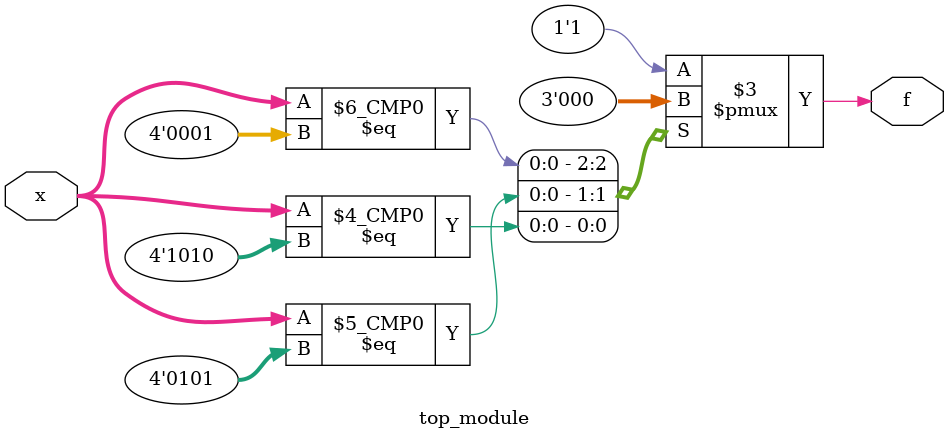
<source format=sv>
module top_module (
    input [4:1] x,
    output logic f
);

always_comb begin
    case ({x[4], x[3], x[2], x[1]})
        4'b0001: f = 1'b0;
        4'b0100: f = 1'b1;
        4'b0101: f = 1'b0;
        4'b1000: f = 1'b1;
        4'b1001: f = 1'b1;
        4'b1010: f = 1'b0;
        default: f = 1'b1; // Don't care condition
    endcase
end

endmodule

</source>
